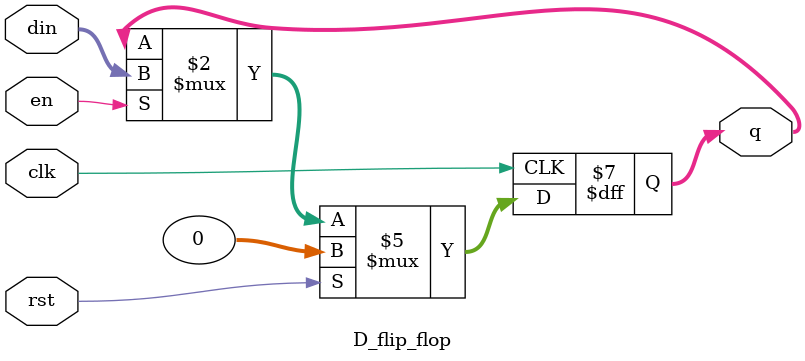
<source format=v>
`timescale 1ns / 1ps


module D_flip_flop(
    input wire clk, rst, en,
    input wire [31:0] din,
    output reg [31:0] q
    );

    always@(posedge clk) begin
        if(rst)
            q <= 32'b0;
        else if(en)
            q <= din;
    end
endmodule

</source>
